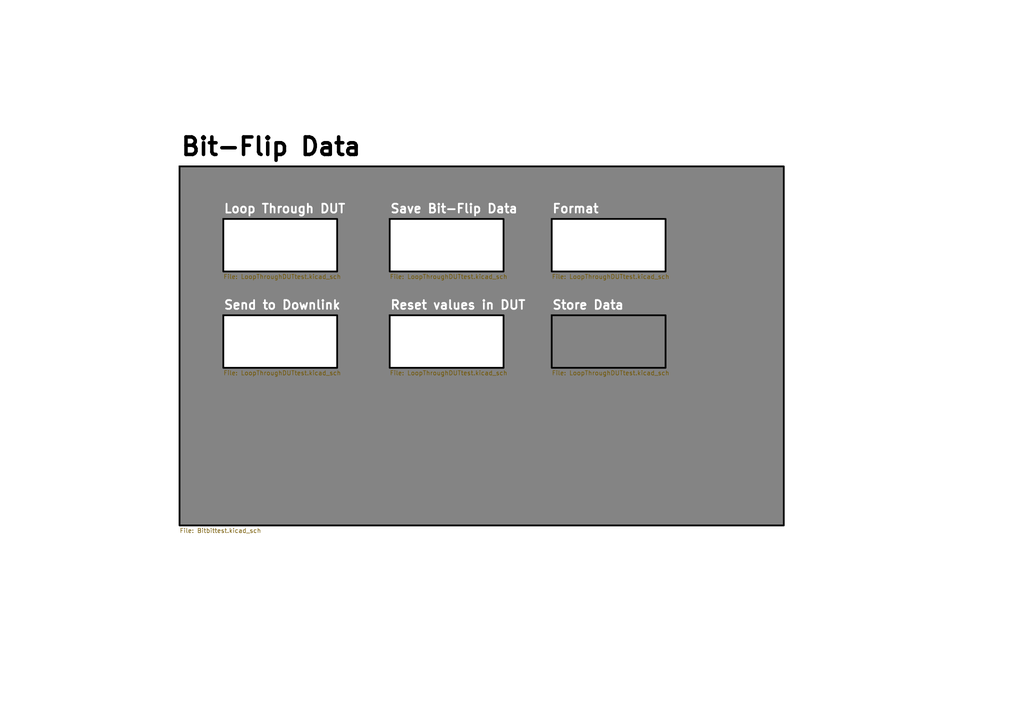
<source format=kicad_sch>
(kicad_sch
	(version 20231120)
	(generator "eeschema")
	(generator_version "8.0")
	(uuid "fb744965-2278-43db-bb00-421f03938f66")
	(paper "A4")
	(lib_symbols)
	(sheet
		(at 160.02 91.44)
		(size 33.02 15.24)
		(fields_autoplaced yes)
		(stroke
			(width 0.508)
			(type solid)
			(color 0 0 0 1)
		)
		(fill
			(color 255 255 255 1.0000)
		)
		(uuid "0dd024b5-e9cd-4505-b5ed-381302b91180")
		(property "Sheetname" "Store Data"
			(at 160.02 89.9156 0)
			(effects
				(font
					(size 2.54 2.54)
					(thickness 0.508)
					(bold yes)
					(color 255 255 255 1)
				)
				(justify left bottom)
			)
		)
		(property "Sheetfile" "LoopThroughDUTtest.kicad_sch"
			(at 160.02 107.4424 0)
			(effects
				(font
					(size 1.27 1.27)
				)
				(justify left top)
			)
		)
		(instances
			(project "Testing"
				(path "/f035f0a1-379f-4f34-81a0-5945bf64a21f/e9e6a473-6f21-4bb1-a330-121059b31b53"
					(page "48")
				)
				(path "/f035f0a1-379f-4f34-81a0-5945bf64a21f/052ffbfa-27de-4361-b8d7-a1df06f05eae"
					(page "49")
				)
				(path "/f035f0a1-379f-4f34-81a0-5945bf64a21f/b8fe72a2-8395-4d80-853f-fad5515045ac"
					(page "51")
				)
				(path "/f035f0a1-379f-4f34-81a0-5945bf64a21f/5c32343f-18f9-4a53-a0c1-fb6eb76c1ffc"
					(page "52")
				)
				(path "/f035f0a1-379f-4f34-81a0-5945bf64a21f/4d03505e-143b-495c-b920-d43f35028f7b"
					(page "53")
				)
				(path "/f035f0a1-379f-4f34-81a0-5945bf64a21f/863c6fb0-24eb-4126-868a-7fe22a1be6a6"
					(page "54")
				)
			)
		)
	)
	(sheet
		(at 52.07 48.26)
		(size 175.26 104.14)
		(fields_autoplaced yes)
		(stroke
			(width 0.508)
			(type solid)
			(color 0 0 0 1)
		)
		(fill
			(color 132 132 132 1.0000)
		)
		(uuid "34d59ca5-a3b7-49a8-8ff7-2585e0b581ed")
		(property "Sheetname" "Bit-Flip Data"
			(at 52.07 45.4656 0)
			(effects
				(font
					(size 5.08 5.08)
					(thickness 1.016)
					(bold yes)
					(color 0 0 0 1)
				)
				(justify left bottom)
			)
		)
		(property "Sheetfile" "Bitbittest.kicad_sch"
			(at 52.07 153.1624 0)
			(effects
				(font
					(size 1.27 1.27)
				)
				(justify left top)
			)
		)
		(instances
			(project "Testing"
				(path "/f035f0a1-379f-4f34-81a0-5945bf64a21f/e9e6a473-6f21-4bb1-a330-121059b31b53"
					(page "27")
				)
			)
		)
	)
	(sheet
		(at 113.03 91.44)
		(size 33.02 15.24)
		(fields_autoplaced yes)
		(stroke
			(width 0.508)
			(type solid)
			(color 0 0 0 1)
		)
		(fill
			(color 255 255 255 1.0000)
		)
		(uuid "644a5d32-c9f4-4aac-bd37-46d801ee7d15")
		(property "Sheetname" "Reset values in DUT"
			(at 113.03 89.9156 0)
			(effects
				(font
					(size 2.54 2.54)
					(thickness 0.508)
					(bold yes)
					(color 255 255 255 1)
				)
				(justify left bottom)
			)
		)
		(property "Sheetfile" "LoopThroughDUTtest.kicad_sch"
			(at 113.03 107.4424 0)
			(effects
				(font
					(size 1.27 1.27)
				)
				(justify left top)
			)
		)
		(instances
			(project "Testing"
				(path "/f035f0a1-379f-4f34-81a0-5945bf64a21f/e9e6a473-6f21-4bb1-a330-121059b31b53"
					(page "42")
				)
				(path "/f035f0a1-379f-4f34-81a0-5945bf64a21f/052ffbfa-27de-4361-b8d7-a1df06f05eae"
					(page "43")
				)
				(path "/f035f0a1-379f-4f34-81a0-5945bf64a21f/b8fe72a2-8395-4d80-853f-fad5515045ac"
					(page "44")
				)
				(path "/f035f0a1-379f-4f34-81a0-5945bf64a21f/5c32343f-18f9-4a53-a0c1-fb6eb76c1ffc"
					(page "45")
				)
				(path "/f035f0a1-379f-4f34-81a0-5945bf64a21f/4d03505e-143b-495c-b920-d43f35028f7b"
					(page "46")
				)
				(path "/f035f0a1-379f-4f34-81a0-5945bf64a21f/863c6fb0-24eb-4126-868a-7fe22a1be6a6"
					(page "47")
				)
			)
		)
	)
	(sheet
		(at 160.02 63.5)
		(size 33.02 15.24)
		(fields_autoplaced yes)
		(stroke
			(width 0.508)
			(type solid)
			(color 0 0 0 1)
		)
		(fill
			(color 255 255 255 1.0000)
		)
		(uuid "9c6863b6-48d1-4c0f-8627-06a17f87547f")
		(property "Sheetname" "Format"
			(at 160.02 61.9756 0)
			(effects
				(font
					(size 2.54 2.54)
					(thickness 0.508)
					(bold yes)
					(color 255 255 255 1)
				)
				(justify left bottom)
			)
		)
		(property "Sheetfile" "LoopThroughDUTtest.kicad_sch"
			(at 160.02 79.5024 0)
			(effects
				(font
					(size 1.27 1.27)
				)
				(justify left top)
			)
		)
		(instances
			(project "Testing"
				(path "/f035f0a1-379f-4f34-81a0-5945bf64a21f/e9e6a473-6f21-4bb1-a330-121059b31b53"
					(page "26")
				)
				(path "/f035f0a1-379f-4f34-81a0-5945bf64a21f/052ffbfa-27de-4361-b8d7-a1df06f05eae"
					(page "28")
				)
				(path "/f035f0a1-379f-4f34-81a0-5945bf64a21f/b8fe72a2-8395-4d80-853f-fad5515045ac"
					(page "29")
				)
				(path "/f035f0a1-379f-4f34-81a0-5945bf64a21f/5c32343f-18f9-4a53-a0c1-fb6eb76c1ffc"
					(page "30")
				)
				(path "/f035f0a1-379f-4f34-81a0-5945bf64a21f/4d03505e-143b-495c-b920-d43f35028f7b"
					(page "32")
				)
				(path "/f035f0a1-379f-4f34-81a0-5945bf64a21f/863c6fb0-24eb-4126-868a-7fe22a1be6a6"
					(page "34")
				)
			)
		)
	)
	(sheet
		(at 113.03 63.5)
		(size 33.02 15.24)
		(fields_autoplaced yes)
		(stroke
			(width 0.508)
			(type solid)
			(color 0 0 0 1)
		)
		(fill
			(color 255 255 255 1.0000)
		)
		(uuid "a8e016cd-e23a-41eb-abc6-e7dfa5c3990e")
		(property "Sheetname" "Save Bit-Flip Data"
			(at 113.03 61.9756 0)
			(effects
				(font
					(size 2.54 2.54)
					(thickness 0.508)
					(bold yes)
					(color 255 255 255 1)
				)
				(justify left bottom)
			)
		)
		(property "Sheetfile" "LoopThroughDUTtest.kicad_sch"
			(at 113.03 79.5024 0)
			(effects
				(font
					(size 1.27 1.27)
				)
				(justify left top)
			)
		)
		(instances
			(project "Testing"
				(path "/f035f0a1-379f-4f34-81a0-5945bf64a21f/e9e6a473-6f21-4bb1-a330-121059b31b53"
					(page "17")
				)
				(path "/f035f0a1-379f-4f34-81a0-5945bf64a21f/052ffbfa-27de-4361-b8d7-a1df06f05eae"
					(page "18")
				)
				(path "/f035f0a1-379f-4f34-81a0-5945bf64a21f/b8fe72a2-8395-4d80-853f-fad5515045ac"
					(page "19")
				)
				(path "/f035f0a1-379f-4f34-81a0-5945bf64a21f/5c32343f-18f9-4a53-a0c1-fb6eb76c1ffc"
					(page "20")
				)
				(path "/f035f0a1-379f-4f34-81a0-5945bf64a21f/4d03505e-143b-495c-b920-d43f35028f7b"
					(page "24")
				)
				(path "/f035f0a1-379f-4f34-81a0-5945bf64a21f/863c6fb0-24eb-4126-868a-7fe22a1be6a6"
					(page "25")
				)
			)
		)
	)
	(sheet
		(at 64.77 91.44)
		(size 33.02 15.24)
		(fields_autoplaced yes)
		(stroke
			(width 0.508)
			(type solid)
			(color 0 0 0 1)
		)
		(fill
			(color 255 255 255 1.0000)
		)
		(uuid "d28bbcb8-45f3-4b04-a83f-06cb965fc60d")
		(property "Sheetname" "Send to Downlink"
			(at 64.77 89.9156 0)
			(effects
				(font
					(size 2.54 2.54)
					(thickness 0.508)
					(bold yes)
					(color 255 255 255 1)
				)
				(justify left bottom)
			)
		)
		(property "Sheetfile" "LoopThroughDUTtest.kicad_sch"
			(at 64.77 107.4424 0)
			(effects
				(font
					(size 1.27 1.27)
				)
				(justify left top)
			)
		)
		(instances
			(project "Testing"
				(path "/f035f0a1-379f-4f34-81a0-5945bf64a21f/e9e6a473-6f21-4bb1-a330-121059b31b53"
					(page "35")
				)
				(path "/f035f0a1-379f-4f34-81a0-5945bf64a21f/052ffbfa-27de-4361-b8d7-a1df06f05eae"
					(page "36")
				)
				(path "/f035f0a1-379f-4f34-81a0-5945bf64a21f/b8fe72a2-8395-4d80-853f-fad5515045ac"
					(page "37")
				)
				(path "/f035f0a1-379f-4f34-81a0-5945bf64a21f/5c32343f-18f9-4a53-a0c1-fb6eb76c1ffc"
					(page "38")
				)
				(path "/f035f0a1-379f-4f34-81a0-5945bf64a21f/4d03505e-143b-495c-b920-d43f35028f7b"
					(page "40")
				)
				(path "/f035f0a1-379f-4f34-81a0-5945bf64a21f/863c6fb0-24eb-4126-868a-7fe22a1be6a6"
					(page "41")
				)
			)
		)
	)
	(sheet
		(at 64.77 63.5)
		(size 33.02 15.24)
		(fields_autoplaced yes)
		(stroke
			(width 0.508)
			(type solid)
			(color 0 0 0 1)
		)
		(fill
			(color 255 255 255 1.0000)
		)
		(uuid "db327d35-bc42-4988-8139-e2eb1858c2d2")
		(property "Sheetname" "Loop Through DUT"
			(at 64.77 61.9756 0)
			(effects
				(font
					(size 2.54 2.54)
					(thickness 0.508)
					(bold yes)
					(color 255 255 255 1)
				)
				(justify left bottom)
			)
		)
		(property "Sheetfile" "LoopThroughDUTtest.kicad_sch"
			(at 64.77 79.5024 0)
			(effects
				(font
					(size 1.27 1.27)
				)
				(justify left top)
			)
		)
		(instances
			(project "Testing"
				(path "/f035f0a1-379f-4f34-81a0-5945bf64a21f/e9e6a473-6f21-4bb1-a330-121059b31b53"
					(page "33")
				)
			)
		)
	)
)

</source>
